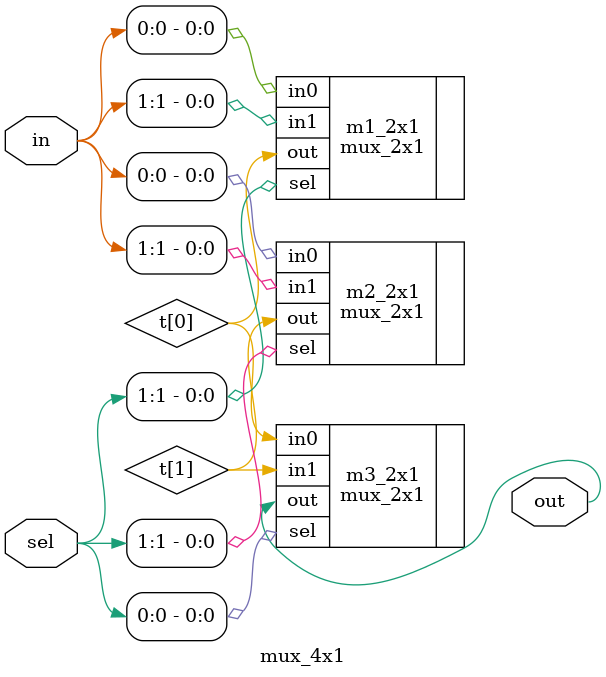
<source format=v>
/*
this is behavioral model of 4x1 mux

module mux_4x1 (out,sel,in);
    input [3:0]in;
    input [1:0]sel;
    output out;
    assign out=in[sel];
endmodule
*/

//this is structural model of 4x1 mux
module mux_4x1 (out,sel,in);
    input [3:0]in;
    input [1:0]sel;
    output out;
    wire t[1:0];
    mux_2x1 m1_2x1(.out(t[0]), .sel(sel[1]), .in0(in[0]), .in1(in[1]));
    mux_2x1 m2_2x1(.out(t[1]), .sel(sel[1]), .in0(in[0]), .in1(in[1]));
    mux_2x1 m3_2x1(.out(out),  .sel(sel[0]), .in0(t[0]),   .in1(t[1]));
endmodule

</source>
